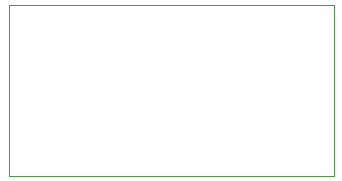
<source format=gbr>
%TF.GenerationSoftware,KiCad,Pcbnew,8.0.4-8.0.4-0~ubuntu20.04.1*%
%TF.CreationDate,2024-08-15T08:25:23-05:00*%
%TF.ProjectId,STImu,5354496d-752e-46b6-9963-61645f706362,rev?*%
%TF.SameCoordinates,Original*%
%TF.FileFunction,Profile,NP*%
%FSLAX46Y46*%
G04 Gerber Fmt 4.6, Leading zero omitted, Abs format (unit mm)*
G04 Created by KiCad (PCBNEW 8.0.4-8.0.4-0~ubuntu20.04.1) date 2024-08-15 08:25:23*
%MOMM*%
%LPD*%
G01*
G04 APERTURE LIST*
%TA.AperFunction,Profile*%
%ADD10C,0.100000*%
%TD*%
G04 APERTURE END LIST*
D10*
X144000000Y-92000000D02*
X171500000Y-92000000D01*
X171500000Y-106500000D01*
X144000000Y-106500000D01*
X144000000Y-92000000D01*
M02*

</source>
